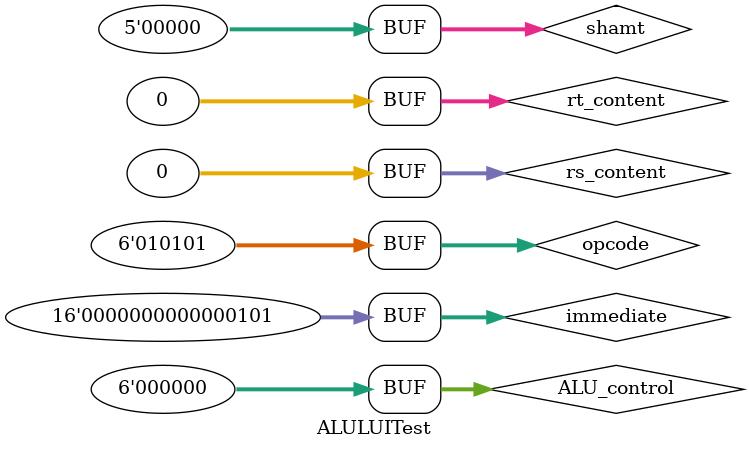
<source format=v>
`timescale 1ns / 1ps


module ALULUITest;

	// Inputs
	reg [5:0] opcode;
	reg [31:0] rs_content;
	reg [31:0] rt_content;
	reg [4:0] shamt;
	reg [5:0] ALU_control;
	reg [15:0] immediate;

	// Outputs
	wire [31:0] ALU_result;
	wire sig_branch;

	// Instantiate the Unit Under Test (UUT)
	ALU uut (
		.ALU_result(ALU_result), 
		.sig_branch(sig_branch), 
		.opcode(opcode), 
		.rs_content(rs_content), 
		.rt_content(rt_content), 
		.shamt(shamt), 
		.ALU_control(ALU_control), 
		.immediate(immediate)
	);

	initial begin
		// Initialize Inputs
		opcode = 0;
		rs_content = 0;
		rt_content = 0;
		shamt = 0;
		ALU_control = 0;
		immediate = 0;

		// Wait 100 ns for global reset to finish
		#100;
        
		opcode = 6'b010101;
		rs_content = 0;
		rt_content = 0;
		shamt = 0;
		ALU_control = 0;
		immediate = 16'b111;
		#100;
		
		
		opcode = 6'b010101;
		rs_content = 0;
		rt_content = 0;
		shamt = 0;
		ALU_control = 0;
		immediate = 16'b1101101100000000;
		#100;
		
		opcode = 6'b010101;
		rs_content = 0;
		rt_content = 0;
		shamt = 0;
		ALU_control = 0;
		immediate = 16'b101;
		#100;

	end
      
endmodule


</source>
